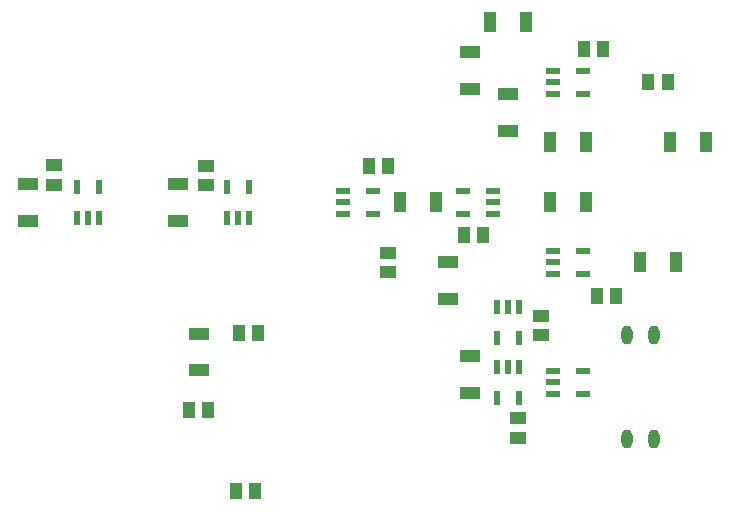
<source format=gbr>
%TF.GenerationSoftware,KiCad,Pcbnew,(6.0.8)*%
%TF.CreationDate,2023-01-11T14:23:46+01:00*%
%TF.ProjectId,BSPD,42535044-2e6b-4696-9361-645f70636258,rev?*%
%TF.SameCoordinates,Original*%
%TF.FileFunction,Paste,Top*%
%TF.FilePolarity,Positive*%
%FSLAX46Y46*%
G04 Gerber Fmt 4.6, Leading zero omitted, Abs format (unit mm)*
G04 Created by KiCad (PCBNEW (6.0.8)) date 2023-01-11 14:23:46*
%MOMM*%
%LPD*%
G01*
G04 APERTURE LIST*
%ADD10R,0.600000X1.150000*%
%ADD11R,1.070000X1.470000*%
%ADD12R,1.150000X0.600000*%
%ADD13R,1.050000X1.800000*%
%ADD14R,1.800000X1.050000*%
%ADD15R,1.470000X1.070000*%
%ADD16O,0.950000X1.600000*%
G04 APERTURE END LIST*
D10*
%TO.C,G2*%
X143190000Y-100300000D03*
X142240000Y-100300000D03*
X141290000Y-100300000D03*
X141290000Y-102900000D03*
X143190000Y-102900000D03*
%TD*%
D11*
%TO.C,C7*%
X138510641Y-94192119D03*
X140150641Y-94192119D03*
%TD*%
D12*
%TO.C,G4*%
X146020000Y-95570000D03*
X146020000Y-96520000D03*
X146020000Y-97470000D03*
X148620000Y-97470000D03*
X148620000Y-95570000D03*
%TD*%
D13*
%TO.C,R2*%
X133070000Y-91440000D03*
X136170000Y-91440000D03*
%TD*%
D12*
%TO.C,G5*%
X146020000Y-105730000D03*
X146020000Y-106680000D03*
X146020000Y-107630000D03*
X148620000Y-107630000D03*
X148620000Y-105730000D03*
%TD*%
D14*
%TO.C,R4*%
X139052725Y-78749257D03*
X139052725Y-81849257D03*
%TD*%
D10*
%TO.C,G3*%
X143190000Y-105380000D03*
X142240000Y-105380000D03*
X141290000Y-105380000D03*
X141290000Y-107980000D03*
X143190000Y-107980000D03*
%TD*%
%TO.C,CP1*%
X105730000Y-92740000D03*
X106680000Y-92740000D03*
X107630000Y-92740000D03*
X107630000Y-90140000D03*
X105730000Y-90140000D03*
%TD*%
D15*
%TO.C,C10*%
X144996793Y-102678091D03*
X144996793Y-101038091D03*
%TD*%
%TO.C,C14*%
X103826525Y-89941713D03*
X103826525Y-88301713D03*
%TD*%
D13*
%TO.C,R7*%
X145770000Y-86360000D03*
X148870000Y-86360000D03*
%TD*%
D11*
%TO.C,C13*%
X149745317Y-99377893D03*
X151385317Y-99377893D03*
%TD*%
D16*
%TO.C,K1*%
X154589465Y-102681097D03*
X152303465Y-102681097D03*
X152303465Y-111481097D03*
X154589465Y-111481097D03*
%TD*%
D13*
%TO.C,R8*%
X159030000Y-86360000D03*
X155930000Y-86360000D03*
%TD*%
D11*
%TO.C,C11*%
X148666660Y-78426525D03*
X150306660Y-78426525D03*
%TD*%
D13*
%TO.C,R1*%
X145770000Y-91440000D03*
X148870000Y-91440000D03*
%TD*%
D11*
%TO.C,C2*%
X154120000Y-81280000D03*
X155760000Y-81280000D03*
%TD*%
D14*
%TO.C,R11*%
X116054103Y-105661595D03*
X116054103Y-102561595D03*
%TD*%
D13*
%TO.C,R12*%
X156490000Y-96520000D03*
X153390000Y-96520000D03*
%TD*%
D14*
%TO.C,R14*%
X138991482Y-104461767D03*
X138991482Y-107561767D03*
%TD*%
D11*
%TO.C,C6*%
X119216769Y-115893642D03*
X120856769Y-115893642D03*
%TD*%
D14*
%TO.C,R3*%
X137160000Y-99620000D03*
X137160000Y-96520000D03*
%TD*%
D13*
%TO.C,R6*%
X143790000Y-76200000D03*
X140690000Y-76200000D03*
%TD*%
D15*
%TO.C,C12*%
X116657137Y-89974906D03*
X116657137Y-88334906D03*
%TD*%
D12*
%TO.C,CP3*%
X141000000Y-92390000D03*
X141000000Y-91440000D03*
X141000000Y-90490000D03*
X138400000Y-90490000D03*
X138400000Y-92390000D03*
%TD*%
D11*
%TO.C,C8*%
X132070780Y-88369796D03*
X130430780Y-88369796D03*
%TD*%
%TO.C,C4*%
X116861316Y-109064947D03*
X115221316Y-109064947D03*
%TD*%
D12*
%TO.C,CP4*%
X146020000Y-80330000D03*
X146020000Y-81280000D03*
X146020000Y-82230000D03*
X148620000Y-82230000D03*
X148620000Y-80330000D03*
%TD*%
D14*
%TO.C,R10*%
X114300000Y-92990000D03*
X114300000Y-89890000D03*
%TD*%
D15*
%TO.C,C1*%
X132080000Y-95700000D03*
X132080000Y-97340000D03*
%TD*%
D14*
%TO.C,R9*%
X101600000Y-92990000D03*
X101600000Y-89890000D03*
%TD*%
D12*
%TO.C,G1*%
X128240000Y-90490000D03*
X128240000Y-91440000D03*
X128240000Y-92390000D03*
X130840000Y-92390000D03*
X130840000Y-90490000D03*
%TD*%
D10*
%TO.C,CP2*%
X118430000Y-92740000D03*
X119380000Y-92740000D03*
X120330000Y-92740000D03*
X120330000Y-90140000D03*
X118430000Y-90140000D03*
%TD*%
D15*
%TO.C,C9*%
X143081373Y-109735008D03*
X143081373Y-111375008D03*
%TD*%
D11*
%TO.C,C3*%
X121101379Y-102505323D03*
X119461379Y-102505323D03*
%TD*%
D14*
%TO.C,R5*%
X142240000Y-82270000D03*
X142240000Y-85370000D03*
%TD*%
M02*

</source>
